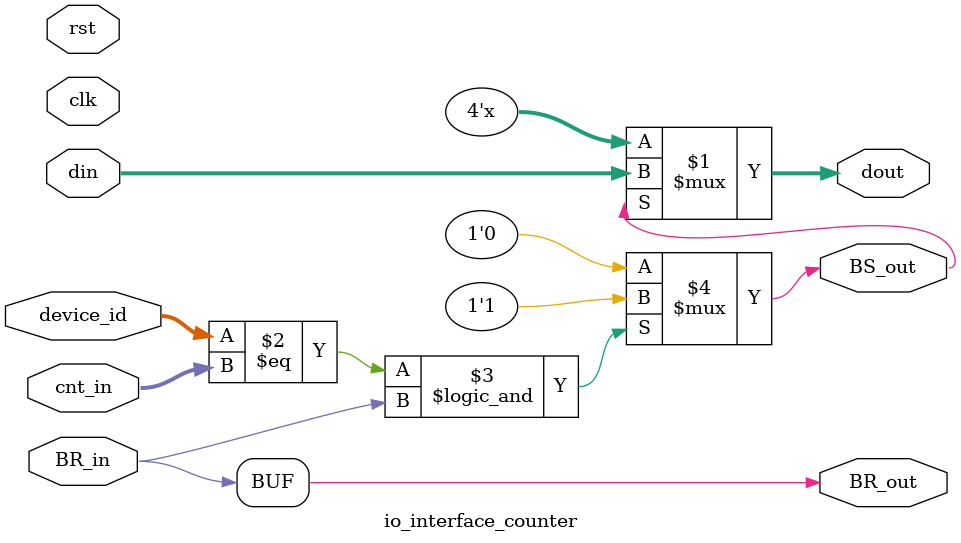
<source format=v>
`timescale 1ns / 1ps

module io_interface_counter(
    input clk,
    input rst,
    input   BR_in,              // Íâ²¿ÊäÈëµÄ×ÜÏßÇëÇó
    output  BR_out,         // Êä³ö£º×ÜÏßÇëÇóÐÅºÅ
    output  BS_out,             // Êä³ö£º×ÜÏßÃ¦ÐÅºÅ
    input   [3:0]din,           // ÇëÇóµØÖ·£ºÍâ²¿ÊäÈë
    output  [3:0]dout,          // ·ÅÔÚµØÖ·×ÜÏßÉÏµÄÊý¾Ý
    input   [1:0] device_id,    // Éè±¸µØÖ·£¨ÅäÖÃ£©
    input   [1:0] cnt_in        // ¼ÆÊýÆ÷ÊäÈë
    );

// ²»Ê¹ÓÃ×ÜÏßÊ±£¬±ØÐëÊä³ö¸ß×èÌ¬£¨z)
    //Èç¹ûBR_inËµÃ÷×Ô¼ºÒª·¢³öBR_outÐÅºÅ
    reg BS_temp;
     
    assign dout = BS_out ? din:4'bzzzz; 	
    assign BR_out = BR_in;
    //assign BS_out = BS_temp;
    assign BS_out = (device_id == cnt_in && BR_in)? 1'b1:1'b0;
    // always@(posedge clk)
    // begin
    //     BS_temp = (device_id == cnt_in && BR_in)? 1'b1:1'b0;

    // end
    
endmodule

</source>
